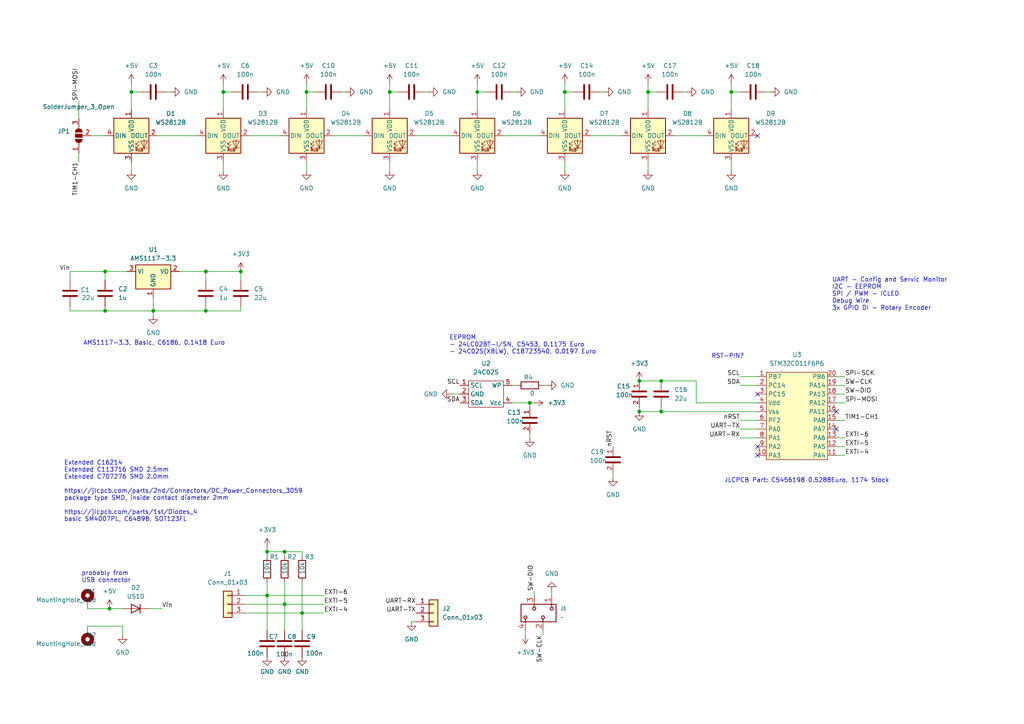
<source format=kicad_sch>
(kicad_sch (version 20250114) (generator "eeschema") (generator_version "9.0")
  (paper "A4")
  (lib_symbols
    (symbol "C_1" (pin_numbers (hide yes)) (pin_names (offset 0.254))
      (property "Reference" "C" (at 0.635 2.54 0))
      (property "Value" "C" (at 0.635 -2.54 0))
      (symbol "C_1_0_1"
        (polyline (pts (xy -2.032 0.762) (xy 2.032 0.762)) (stroke (width 0.508)))
        (polyline (pts (xy -2.032 -0.762) (xy 2.032 -0.762)) (stroke (width 0.508)))
      )
      (symbol "C_1_1_1"
        (pin passive line (at 0 3.81 270) (length 2.794) (name "~") (number "1"))
        (pin passive line (at 0 -3.81 90) (length 2.794) (name "~") (number "2"))
      )
    )
    (symbol "C_2" (pin_numbers (hide yes)) (pin_names (offset 0.254))
      (property "Reference" "C" (at 0.635 2.54 0))
      (property "Value" "C" (at 0.635 -2.54 0))
      (symbol "C_2_0_1"
        (polyline (pts (xy -2.032 0.762) (xy 2.032 0.762)) (stroke (width 0.508)))
        (polyline (pts (xy -2.032 -0.762) (xy 2.032 -0.762)) (stroke (width 0.508)))
      )
      (symbol "C_2_1_1"
        (pin passive line (at 0 3.81 270) (length 2.794) (name "~") (number "1"))
        (pin passive line (at 0 -3.81 90) (length 2.794) (name "~") (number "2"))
      )
    )
    (symbol "C_3" (pin_numbers (hide yes)) (pin_names (offset 0.254))
      (property "Reference" "C" (at 0.635 2.54 0))
      (property "Value" "C" (at 0.635 -2.54 0))
      (symbol "C_3_0_1"
        (polyline (pts (xy -2.032 0.762) (xy 2.032 0.762)) (stroke (width 0.508)))
        (polyline (pts (xy -2.032 -0.762) (xy 2.032 -0.762)) (stroke (width 0.508)))
      )
      (symbol "C_3_1_1"
        (pin passive line (at 0 3.81 270) (length 2.794) (name "~") (number "1"))
        (pin passive line (at 0 -3.81 90) (length 2.794) (name "~") (number "2"))
      )
    )
    (symbol "C_4" (pin_names (offset 0.254))
      (property "Reference" "C" (at 0.635 2.54 0))
      (property "Value" "C" (at 0.635 -2.54 0))
      (symbol "C_4_0_1"
        (polyline (pts (xy -2.032 0.762) (xy 2.032 0.762)) (stroke (width 0.508)))
        (polyline (pts (xy -2.032 -0.762) (xy 2.032 -0.762)) (stroke (width 0.508)))
      )
      (symbol "C_4_1_1"
        (pin passive line (at 0 3.81 270) (length 2.794) (name "~") (number "1"))
        (pin passive line (at 0 -3.81 90) (length 2.794) (name "~") (number "2"))
      )
    )
    (symbol "Connector_Generic:Conn_01x03" (pin_names (offset 1.016) (hide yes))
      (property "Reference" "J" (at 0 5.08 0))
      (property "Value" "Conn_01x03" (at 0 -5.08 0))
      (symbol "Conn_01x03_1_1"
        (rectangle (start -1.27 3.81) (end 1.27 -3.81) (stroke (width 0.254)) (fill (type background)))
        (rectangle (start -1.27 2.667) (end 0 2.413) (stroke (width 0.1524)))
        (rectangle (start -1.27 0.127) (end 0 -0.127) (stroke (width 0.1524)))
        (rectangle (start -1.27 -2.413) (end 0 -2.667) (stroke (width 0.1524)))
        (pin passive line (at -5.08 2.54 0) (length 3.81) (name "Pin_1") (number "1"))
        (pin passive line (at -5.08 0 0) (length 3.81) (name "Pin_2") (number "2"))
        (pin passive line (at -5.08 -2.54 0) (length 3.81) (name "Pin_3") (number "3"))
      )
    )
    (symbol "Device:C" (pin_numbers (hide yes)) (pin_names (offset 0.254))
      (property "Reference" "C" (at 0.635 2.54 0))
      (property "Value" "C" (at 0.635 -2.54 0))
      (symbol "C_0_1"
        (polyline (pts (xy -2.032 0.762) (xy 2.032 0.762)) (stroke (width 0.508)))
        (polyline (pts (xy -2.032 -0.762) (xy 2.032 -0.762)) (stroke (width 0.508)))
      )
      (symbol "C_1_1"
        (pin passive line (at 0 3.81 270) (length 2.794) (name "~") (number "1"))
        (pin passive line (at 0 -3.81 90) (length 2.794) (name "~") (number "2"))
      )
    )
    (symbol "Device:R" (pin_numbers (hide yes)) (pin_names (offset 0))
      (property "Reference" "R" (at 2.032 0 90))
      (property "Value" "R" (at 0 0 90))
      (symbol "R_0_1"
        (rectangle (start -1.016 -2.54) (end 1.016 2.54) (stroke (width 0.254)))
      )
      (symbol "R_1_1"
        (pin passive line (at 0 3.81 270) (length 1.27) (name "~") (number "1"))
        (pin passive line (at 0 -3.81 90) (length 1.27) (name "~") (number "2"))
      )
    )
    (symbol "Diode:US1D" (pin_numbers (hide yes)) (pin_names (hide yes))
      (property "Reference" "D" (at 0 2.54 0))
      (property "Value" "US1D" (at 0 -2.54 0))
      (symbol "US1D_0_1"
        (polyline (pts (xy -1.27 1.27) (xy -1.27 -1.27)) (stroke (width 0.254)))
        (polyline (pts (xy 1.27 1.27) (xy 1.27 -1.27) (xy -1.27 0) (xy 1.27 1.27)) (stroke (width 0.254)))
        (polyline (pts (xy 1.27 0) (xy -1.27 0)))
      )
      (symbol "US1D_1_1"
        (pin passive line (at -3.81 0 0) (length 2.54) (name "K") (number "1"))
        (pin passive line (at 3.81 0 180) (length 2.54) (name "A") (number "2"))
      )
    )
    (symbol "Jumper:SolderJumper_3_Open" (pin_names (offset 0) (hide yes)) (in_bom no)
      (property "Reference" "JP" (at -2.54 -2.54 0))
      (property "Value" "SolderJumper_3_Open" (at 0 2.794 0))
      (symbol "SolderJumper_3_Open_0_1"
        (polyline (pts (xy -2.54 0) (xy -2.032 0)))
        (polyline (pts (xy -1.016 1.016) (xy -1.016 -1.016)))
        (arc (start -1.016 -1.016) (mid -2.0276 0) (end -1.016 1.016))
        (arc (start -1.016 -1.016) (mid -2.0276 0) (end -1.016 1.016) (fill (type outline)))
        (rectangle (start -0.508 1.016) (end 0.508 -1.016) (fill (type outline)))
        (polyline (pts (xy 0 -1.27) (xy 0 -1.016)))
        (arc (start 1.016 1.016) (mid 2.0276 0) (end 1.016 -1.016))
        (arc (start 1.016 1.016) (mid 2.0276 0) (end 1.016 -1.016) (fill (type outline)))
        (polyline (pts (xy 1.016 1.016) (xy 1.016 -1.016)))
        (polyline (pts (xy 2.54 0) (xy 2.032 0)))
      )
      (symbol "SolderJumper_3_Open_1_1"
        (pin passive line (at -5.08 0 0) (length 2.54) (name "A") (number "1"))
        (pin passive line (at 0 -3.81 90) (length 2.54) (name "C") (number "2"))
        (pin passive line (at 5.08 0 180) (length 2.54) (name "B") (number "3"))
      )
    )
    (symbol "LED:WS2812B" (pin_names (offset 0.254))
      (property "Reference" "D" (at 5.08 5.715 0))
      (property "Value" "WS2812B" (at 1.27 -5.715 0))
      (symbol "WS2812B_0_0"
        (text "RGB" (at 2.286 -4.191 0) (effects (font (size 0.762 0.762))))
      )
      (symbol "WS2812B_0_1"
        (polyline (pts (xy 1.27 -2.54) (xy 1.778 -2.54)))
        (polyline (pts (xy 1.27 -3.556) (xy 1.778 -3.556)))
        (polyline (pts (xy 2.286 -1.524) (xy 1.27 -2.54) (xy 1.27 -2.032)))
        (polyline (pts (xy 2.286 -2.54) (xy 1.27 -3.556) (xy 1.27 -3.048)))
        (polyline (pts (xy 3.683 -1.016) (xy 3.683 -3.556) (xy 3.683 -4.064)))
        (polyline (pts (xy 4.699 -1.524) (xy 2.667 -1.524) (xy 3.683 -3.556) (xy 4.699 -1.524)))
        (polyline (pts (xy 4.699 -3.556) (xy 2.667 -3.556)))
        (rectangle (start 5.08 5.08) (end -5.08 -5.08) (stroke (width 0.254)) (fill (type background)))
      )
      (symbol "WS2812B_1_1"
        (pin input line (at -7.62 0 0) (length 2.54) (name "DIN") (number "4"))
        (pin power_in line (at 0 7.62 270) (length 2.54) (name "VDD") (number "1"))
        (pin power_in line (at 0 -7.62 90) (length 2.54) (name "VSS") (number "3"))
        (pin output line (at 7.62 0 180) (length 2.54) (name "DOUT") (number "2"))
      )
    )
    (symbol "LWMB_footprints:STM32C011F6P6"
      (property "Reference" "U" (at 3.302 2.794 0))
      (property "Value" "STM32C011F6P6" (at 9.906 4.826 0))
      (symbol "STM32C011F6P6_1_1"
        (rectangle (start 2.54 1.27) (end 20.32 -24.13) (fill (type background)))
        (pin bidirectional line (at 0 0 0) (length 2.54) (name "PB7") (number "1"))
        (pin bidirectional line (at 0 -2.54 0) (length 2.54) (name "PC14") (number "2"))
        (pin bidirectional line (at 0 -5.08 0) (length 2.54) (name "PC15") (number "3"))
        (pin power_in line (at 0 -7.62 0) (length 2.54) (name "Vdd") (number "4"))
        (pin power_in line (at 0 -10.16 0) (length 2.54) (name "Vss") (number "5"))
        (pin bidirectional line (at 0 -12.7 0) (length 2.54) (name "PF2") (number "6"))
        (pin bidirectional line (at 0 -15.24 0) (length 2.54) (name "PA0") (number "7"))
        (pin bidirectional line (at 0 -17.78 0) (length 2.54) (name "PA1") (number "8"))
        (pin bidirectional line (at 0 -20.32 0) (length 2.54) (name "PA2") (number "9"))
        (pin bidirectional line (at 0 -22.86 0) (length 2.54) (name "PA3") (number "10"))
        (pin bidirectional line (at 22.86 0 180) (length 2.54) (name "PB6") (number "20"))
        (pin bidirectional line (at 22.86 -2.54 180) (length 2.54) (name "PA14") (number "19"))
        (pin bidirectional line (at 22.86 -5.08 180) (length 2.54) (name "PA13") (number "18"))
        (pin power_in line (at 22.86 -7.62 180) (length 2.54) (name "PA12") (number "17"))
        (pin power_in line (at 22.86 -10.16 180) (length 2.54) (name "PA11") (number "16"))
        (pin bidirectional line (at 22.86 -12.7 180) (length 2.54) (name "PA8") (number "15"))
        (pin bidirectional line (at 22.86 -15.24 180) (length 2.54) (name "PA7") (number "14"))
        (pin bidirectional line (at 22.86 -17.78 180) (length 2.54) (name "PA6") (number "13"))
        (pin bidirectional line (at 22.86 -20.32 180) (length 2.54) (name "PA5") (number "12"))
        (pin bidirectional line (at 22.86 -22.86 180) (length 2.54) (name "PA4") (number "11"))
      )
    )
    (symbol "LWMB_footprints:XBLW-24C02S"
      (property "Reference" "U" (at 7.874 2.032 0))
      (property "Value" "24C02S" (at 0 0 0))
      (symbol "XBLW-24C02S_0_1"
        (rectangle (start 2.54 1.27) (end 12.7 -6.35))
      )
      (symbol "XBLW-24C02S_1_1"
        (pin bidirectional line (at 0 0 0) (length 2.54) (name "SCL") (number "1"))
        (pin power_in line (at 0 -2.54 0) (length 2.54) (name "GND") (number "2"))
        (pin bidirectional line (at 0 -5.08 0) (length 2.54) (name "SDA") (number "3"))
        (pin bidirectional line (at 15.24 0 180) (length 2.54) (name "WP") (number "5"))
        (pin power_in line (at 15.24 -5.08 180) (length 2.54) (name "Vcc") (number "4"))
      )
    )
    (symbol "Mechanical:MountingHole_Pad" (pin_numbers (hide yes)) (pin_names (offset 1.016) (hide yes)) (in_bom no)
      (property "Reference" "H" (at 0 6.35 0))
      (property "Value" "MountingHole_Pad" (at 0 4.445 0))
      (symbol "MountingHole_Pad_0_1"
        (circle (center 0 1.27) (radius 1.27) (stroke (width 1.27)))
      )
      (symbol "MountingHole_Pad_1_1"
        (pin input line (at 0 -2.54 90) (length 2.54) (name "1") (number "1"))
      )
    )
    (symbol "Regulator_Linear:AMS1117-3.3"
      (property "Reference" "U" (at -3.81 3.175 0))
      (property "Value" "AMS1117-3.3" (at 0 3.175 0))
      (symbol "AMS1117-3.3_0_1"
        (rectangle (start -5.08 -5.08) (end 5.08 1.905) (stroke (width 0.254)) (fill (type background)))
      )
      (symbol "AMS1117-3.3_1_1"
        (pin power_in line (at -7.62 0 0) (length 2.54) (name "VI") (number "3"))
        (pin power_in line (at 0 -7.62 90) (length 2.54) (name "GND") (number "1"))
        (pin power_out line (at 7.62 0 180) (length 2.54) (name "VO") (number "2"))
      )
    )
    (symbol "WE-SKEDD_WR-WST(rev19b):490107670412_DEBUGGING"
      (property "Reference" "J" (at 4.77 0.85 0))
      (symbol "490107670412_DEBUGGING_1_0"
        (polyline (pts (xy -6.35 2.54) (xy 2.54 2.54)) (stroke (width 0.254)))
        (polyline (pts (xy -6.35 -2.54) (xy -6.35 2.54)) (stroke (width 0.254)))
        (circle (center -5.08 -1.27) (radius 0.4445) (stroke (width 0.254)))
        (polyline (pts (xy -5.08 -1.705) (xy -5.08 -2.54)) (stroke (width 0.254)))
        (polyline (pts (xy -5.08 -2.54) (xy -6.35 -2.54)) (stroke (width 0.254)))
        (polyline (pts (xy -2.54 1.705) (xy -2.54 2.54)) (stroke (width 0.254)))
        (circle (center -2.54 1.27) (radius 0.4445) (stroke (width 0.254)))
        (circle (center 0 -1.27) (radius 0.4445) (stroke (width 0.254)))
        (polyline (pts (xy 0 -1.705) (xy 0 -2.54)) (stroke (width 0.254)))
        (polyline (pts (xy 2.54 2.54) (xy 3.81 2.54)) (stroke (width 0.254)))
        (polyline (pts (xy 2.54 1.705) (xy 2.54 2.54)) (stroke (width 0.254)))
        (circle (center 2.54 1.27) (radius 0.4445) (stroke (width 0.254)))
        (polyline (pts (xy 3.81 2.54) (xy 3.81 -2.54)) (stroke (width 0.254)))
        (polyline (pts (xy 3.81 -2.54) (xy -5.08 -2.54)) (stroke (width 0.254)))
        (pin passive line (at -5.08 -5.08 90) (length 2.54) (name "4") (number "4"))
        (pin passive line (at -2.54 5.08 270) (length 2.54) (name "3") (number "3"))
        (pin passive line (at 0 -5.08 90) (length 2.54) (name "2") (number "2"))
        (pin passive line (at 2.54 5.08 270) (length 2.54) (name "1") (number "1"))
      )
    )
    (symbol "power:+3V3" (power) (pin_numbers (hide yes)) (pin_names (offset 0) (hide yes))
      (property "Value" "+3V3" (at 0 3.556 0))
      (symbol "+3V3_0_1"
        (polyline (pts (xy -0.762 1.27) (xy 0 2.54)))
        (polyline (pts (xy 0 2.54) (xy 0.762 1.27)))
        (polyline (pts (xy 0 0) (xy 0 2.54)))
      )
      (symbol "+3V3_1_1"
        (pin power_in line (at 0 0 90) (length 0) (name "~") (number "1"))
      )
    )
    (symbol "power:+5V" (power) (pin_numbers (hide yes)) (pin_names (offset 0) (hide yes))
      (property "Value" "+5V" (at 0 3.556 0))
      (symbol "+5V_0_1"
        (polyline (pts (xy -0.762 1.27) (xy 0 2.54)))
        (polyline (pts (xy 0 2.54) (xy 0.762 1.27)))
        (polyline (pts (xy 0 0) (xy 0 2.54)))
      )
      (symbol "+5V_1_1"
        (pin power_in line (at 0 0 90) (length 0) (name "~") (number "1"))
      )
    )
    (symbol "power:GND" (power) (pin_numbers (hide yes)) (pin_names (offset 0) (hide yes))
      (property "Value" "GND" (at 0 -3.81 0))
      (symbol "GND_0_1"
        (polyline (pts (xy 0 0) (xy 0 -1.27) (xy 1.27 -1.27) (xy 0 -2.54) (xy -1.27 -1.27) (xy 0 -1.27)))
      )
      (symbol "GND_1_1"
        (pin power_in line (at 0 0 270) (length 0) (name "~") (number "1"))
      )
    )
  )
  (text "UART - Config and Servic Monitor\nI2C - EEPROM\nSPI / PWM - ICLED\nDebug Wire\n3x GPIO DI - Rotary Encoder" (at 241.3 80.518 0) (effects (font (size 1.27 1.27)) (justify left top)))
  (text "probably from\nUSB connector" (at 23.622 167.386 0) (effects (font (size 1.27 1.27)) (justify left)))
  (text "EEPROM \n- 24LC02BT-I/SN, C5453, 0.1175 Euro\n- 24C02S(XBLW), C18723540, 0.0197 Euro" (at 130.302 97.282 0) (effects (font (size 1.27 1.27)) (justify left top)))
  (text "RST-PIN?" (at 211.074 103.378 0) (effects (font (size 1.27 1.27))))
  (text "AMS1117-3.3, Basic, C6186, 0.1418 Euro" (at 44.704 99.568 0) (effects (font (size 1.27 1.27))))
  (text "JLCPCB Part: C5456198 0.5288Euro, 1174 Stock" (at 210.058 138.684 0) (effects (font (size 1.27 1.27)) (justify left top)))
  (text "Extended C16214\nExtended C113716 SMD 2.5mm\nExtended C707276 SMD 2.0mm\n\nhttps://jlcpcb.com/parts/2nd/Connectors/DC_Power_Connectors_3059\npackage type SMD, inside contact diameter 2mm\n\nhttps://jlcpcb.com/parts/1st/Diodes_4\nbasic SM4007PL, C64898, SOT123FL\n" (at 18.542 133.604 0) (effects (font (size 1.27 1.27)) (justify left top)))
  (junction (at 82.55 175.26))
  (junction (at 113.03 26.67))
  (junction (at 77.47 160.02))
  (junction (at 187.96 26.67))
  (junction (at 30.48 90.17))
  (junction (at 30.48 78.74))
  (junction (at 44.45 90.17))
  (junction (at 38.1 26.67))
  (junction (at 185.42 119.38))
  (junction (at 212.09 26.67))
  (junction (at 191.77 119.38))
  (junction (at 59.69 78.74))
  (junction (at 185.42 110.49))
  (junction (at 82.55 160.02))
  (junction (at 64.77 26.67))
  (junction (at 88.9 26.67))
  (junction (at 31.75 176.53))
  (junction (at 163.83 26.67))
  (junction (at 69.85 78.74))
  (junction (at 153.67 116.84))
  (junction (at 77.47 172.72))
  (junction (at 59.69 90.17))
  (junction (at 87.63 177.8))
  (junction (at 191.77 110.49))
  (junction (at 138.43 26.67))
  (no_connect (at 219.71 39.37))
  (no_connect (at 242.57 119.38))
  (no_connect (at 219.71 132.08))
  (no_connect (at 219.71 129.54))
  (no_connect (at 242.57 124.46))
  (no_connect (at 219.71 114.3))
  (wire (pts (xy 82.55 175.26) (xy 93.98 175.26)))
  (wire (pts (xy 69.85 78.74) (xy 59.69 78.74)))
  (wire (pts (xy 64.77 24.13) (xy 64.77 26.67)))
  (wire (pts (xy 171.45 39.37) (xy 180.34 39.37)))
  (wire (pts (xy 245.11 127) (xy 242.57 127)))
  (wire (pts (xy 87.63 168.91) (xy 87.63 177.8)))
  (wire (pts (xy 30.48 90.17) (xy 44.45 90.17)))
  (wire (pts (xy 69.85 88.9) (xy 69.85 90.17)))
  (wire (pts (xy 38.1 26.67) (xy 40.64 26.67)))
  (wire (pts (xy 77.47 160.02) (xy 77.47 161.29)))
  (wire (pts (xy 20.32 90.17) (xy 30.48 90.17)))
  (wire (pts (xy 212.09 24.13) (xy 212.09 26.67)))
  (wire (pts (xy 44.45 90.17) (xy 44.45 91.44)))
  (wire (pts (xy 87.63 160.02) (xy 82.55 160.02)))
  (wire (pts (xy 163.83 46.99) (xy 163.83 49.53)))
  (wire (pts (xy 214.63 109.22) (xy 219.71 109.22)))
  (wire (pts (xy 245.11 129.54) (xy 242.57 129.54)))
  (wire (pts (xy 82.55 160.02) (xy 77.47 160.02)))
  (wire (pts (xy 153.67 118.11) (xy 153.67 116.84)))
  (wire (pts (xy 82.55 161.29) (xy 82.55 160.02)))
  (wire (pts (xy 198.12 26.67) (xy 199.39 26.67)))
  (wire (pts (xy 77.47 172.72) (xy 77.47 182.88)))
  (wire (pts (xy 22.86 29.21) (xy 22.86 34.29)))
  (wire (pts (xy 123.19 26.67) (xy 124.46 26.67)))
  (wire (pts (xy 214.63 121.92) (xy 219.71 121.92)))
  (wire (pts (xy 157.48 184.15) (xy 157.48 182.88)))
  (wire (pts (xy 245.11 132.08) (xy 242.57 132.08)))
  (wire (pts (xy 163.83 24.13) (xy 163.83 26.67)))
  (wire (pts (xy 149.86 111.76) (xy 148.59 111.76)))
  (wire (pts (xy 214.63 124.46) (xy 219.71 124.46)))
  (wire (pts (xy 38.1 26.67) (xy 38.1 31.75)))
  (wire (pts (xy 82.55 175.26) (xy 82.55 182.88)))
  (wire (pts (xy 48.26 26.67) (xy 49.53 26.67)))
  (wire (pts (xy 82.55 168.91) (xy 82.55 175.26)))
  (wire (pts (xy 77.47 158.75) (xy 77.47 160.02)))
  (wire (pts (xy 26.67 39.37) (xy 30.48 39.37)))
  (wire (pts (xy 88.9 26.67) (xy 91.44 26.67)))
  (wire (pts (xy 219.71 116.84) (xy 201.93 116.84)))
  (wire (pts (xy 30.48 78.74) (xy 30.48 81.28)))
  (wire (pts (xy 99.06 26.67) (xy 100.33 26.67)))
  (wire (pts (xy 195.58 39.37) (xy 204.47 39.37)))
  (wire (pts (xy 45.72 39.37) (xy 57.15 39.37)))
  (wire (pts (xy 36.83 78.74) (xy 30.48 78.74)))
  (wire (pts (xy 130.81 114.3) (xy 133.35 114.3)))
  (wire (pts (xy 153.67 125.73) (xy 153.67 127)))
  (wire (pts (xy 113.03 24.13) (xy 113.03 26.67)))
  (wire (pts (xy 146.05 39.37) (xy 156.21 39.37)))
  (wire (pts (xy 87.63 161.29) (xy 87.63 160.02)))
  (wire (pts (xy 22.86 46.99) (xy 22.86 44.45)))
  (wire (pts (xy 64.77 26.67) (xy 64.77 31.75)))
  (wire (pts (xy 177.8 137.16) (xy 177.8 138.43)))
  (wire (pts (xy 88.9 24.13) (xy 88.9 26.67)))
  (wire (pts (xy 185.42 110.49) (xy 191.77 110.49)))
  (wire (pts (xy 44.45 90.17) (xy 59.69 90.17)))
  (wire (pts (xy 138.43 26.67) (xy 140.97 26.67)))
  (wire (pts (xy 87.63 177.8) (xy 93.98 177.8)))
  (wire (pts (xy 153.67 116.84) (xy 154.94 116.84)))
  (wire (pts (xy 245.11 111.76) (xy 242.57 111.76)))
  (wire (pts (xy 113.03 26.67) (xy 115.57 26.67)))
  (wire (pts (xy 185.42 119.38) (xy 191.77 119.38)))
  (wire (pts (xy 173.99 26.67) (xy 175.26 26.67)))
  (wire (pts (xy 214.63 127) (xy 219.71 127)))
  (wire (pts (xy 138.43 26.67) (xy 138.43 31.75)))
  (wire (pts (xy 77.47 168.91) (xy 77.47 172.72)))
  (wire (pts (xy 20.32 78.74) (xy 30.48 78.74)))
  (wire (pts (xy 201.93 116.84) (xy 201.93 110.49)))
  (wire (pts (xy 152.4 182.88) (xy 152.4 184.15)))
  (wire (pts (xy 25.4 176.53) (xy 31.75 176.53)))
  (wire (pts (xy 148.59 26.67) (xy 149.86 26.67)))
  (wire (pts (xy 245.11 116.84) (xy 242.57 116.84)))
  (wire (pts (xy 35.56 181.61) (xy 35.56 184.15)))
  (wire (pts (xy 191.77 110.49) (xy 201.93 110.49)))
  (wire (pts (xy 30.48 88.9) (xy 30.48 90.17)))
  (wire (pts (xy 72.39 39.37) (xy 81.28 39.37)))
  (wire (pts (xy 191.77 119.38) (xy 219.71 119.38)))
  (wire (pts (xy 245.11 109.22) (xy 242.57 109.22)))
  (wire (pts (xy 59.69 78.74) (xy 59.69 81.28)))
  (wire (pts (xy 69.85 81.28) (xy 69.85 78.74)))
  (wire (pts (xy 212.09 26.67) (xy 214.63 26.67)))
  (wire (pts (xy 153.67 116.84) (xy 148.59 116.84)))
  (wire (pts (xy 35.56 181.61) (xy 25.4 181.61)))
  (wire (pts (xy 38.1 24.13) (xy 38.1 26.67)))
  (wire (pts (xy 77.47 172.72) (xy 93.98 172.72)))
  (wire (pts (xy 87.63 177.8) (xy 87.63 182.88)))
  (wire (pts (xy 31.75 176.53) (xy 35.56 176.53)))
  (wire (pts (xy 74.93 26.67) (xy 76.2 26.67)))
  (wire (pts (xy 52.07 78.74) (xy 59.69 78.74)))
  (wire (pts (xy 245.11 121.92) (xy 242.57 121.92)))
  (wire (pts (xy 163.83 26.67) (xy 166.37 26.67)))
  (wire (pts (xy 20.32 88.9) (xy 20.32 90.17)))
  (wire (pts (xy 59.69 88.9) (xy 59.69 90.17)))
  (wire (pts (xy 187.96 26.67) (xy 187.96 31.75)))
  (wire (pts (xy 191.77 118.11) (xy 191.77 119.38)))
  (wire (pts (xy 185.42 118.11) (xy 185.42 119.38)))
  (wire (pts (xy 245.11 114.3) (xy 242.57 114.3)))
  (wire (pts (xy 71.12 177.8) (xy 87.63 177.8)))
  (wire (pts (xy 187.96 46.99) (xy 187.96 49.53)))
  (wire (pts (xy 212.09 26.67) (xy 212.09 31.75)))
  (wire (pts (xy 88.9 46.99) (xy 88.9 49.53)))
  (wire (pts (xy 71.12 172.72) (xy 77.47 172.72)))
  (wire (pts (xy 64.77 46.99) (xy 64.77 49.53)))
  (wire (pts (xy 64.77 26.67) (xy 67.31 26.67)))
  (wire (pts (xy 96.52 39.37) (xy 105.41 39.37)))
  (wire (pts (xy 38.1 46.99) (xy 38.1 49.53)))
  (wire (pts (xy 187.96 24.13) (xy 187.96 26.67)))
  (wire (pts (xy 154.94 171.45) (xy 154.94 172.72)))
  (wire (pts (xy 71.12 175.26) (xy 82.55 175.26)))
  (wire (pts (xy 119.38 180.34) (xy 120.65 180.34)))
  (wire (pts (xy 222.25 26.67) (xy 223.52 26.67)))
  (wire (pts (xy 214.63 111.76) (xy 219.71 111.76)))
  (wire (pts (xy 88.9 26.67) (xy 88.9 31.75)))
  (wire (pts (xy 187.96 26.67) (xy 190.5 26.67)))
  (wire (pts (xy 120.65 39.37) (xy 130.81 39.37)))
  (wire (pts (xy 69.85 90.17) (xy 59.69 90.17)))
  (wire (pts (xy 113.03 46.99) (xy 113.03 49.53)))
  (wire (pts (xy 158.75 111.76) (xy 157.48 111.76)))
  (wire (pts (xy 138.43 24.13) (xy 138.43 26.67)))
  (wire (pts (xy 20.32 81.28) (xy 20.32 78.74)))
  (wire (pts (xy 160.02 171.45) (xy 160.02 172.72)))
  (wire (pts (xy 43.18 176.53) (xy 46.99 176.53)))
  (wire (pts (xy 138.43 46.99) (xy 138.43 49.53)))
  (wire (pts (xy 44.45 86.36) (xy 44.45 90.17)))
  (wire (pts (xy 212.09 46.99) (xy 212.09 49.53)))
  (wire (pts (xy 163.83 26.67) (xy 163.83 31.75)))
  (wire (pts (xy 113.03 26.67) (xy 113.03 31.75)))
  (label "SPI-MOSI" (at 22.86 29.21 90))
  (label "SCL" (at 214.63 109.22 180))
  (label "nRST" (at 177.8 129.54 90))
  (label "EXTI-6" (at 245.11 127 0))
  (label "Vin" (at 20.32 78.74 180))
  (label "EXTI-5" (at 245.11 129.54 0))
  (label "SPI-SCK" (at 245.11 109.22 0))
  (label "SPI-MOSI" (at 245.11 116.84 0))
  (label "SDA" (at 133.35 116.84 180))
  (label "UART-RX" (at 214.63 127 180))
  (label "SW-DIO" (at 154.94 171.45 90))
  (label "SW-CLK" (at 157.48 184.15 270))
  (label "SW-DIO" (at 245.11 114.3 0))
  (label "Vin" (at 46.99 176.53 0))
  (label "UART-TX" (at 214.63 124.46 180))
  (label "EXTI-4" (at 93.98 177.8 0))
  (label "SCL" (at 133.35 111.76 180))
  (label "SW-CLK" (at 245.11 111.76 0))
  (label "UART-RX" (at 120.65 175.26 180))
  (label "nRST" (at 214.63 121.92 180))
  (label "EXTI-4" (at 245.11 132.08 0))
  (label "EXTI-5" (at 93.98 175.26 0))
  (label "TIM1-CH1" (at 22.86 46.99 270))
  (label "UART-TX" (at 120.65 177.8 180))
  (label "EXTI-6" (at 93.98 172.72 0))
  (label "SDA" (at 214.63 111.76 180))
  (label "TIM1-CH1" (at 245.11 121.92 0))
  (symbol (lib_id "LED:WS2812B") (at 187.96 39.37 0) (unit 1)
    (property "Reference" "D8" (at 199.39 32.9498 0))
    (property "Value" "WS2812B" (at 199.39 35.4898 0))
    (property "Footprint" "LED_SMD:LED_WS2812B_PLCC4_5.0x5.0mm_P3.2mm" (effects (hide yes)))
    (property "Datasheet" "https://cdn-shop.adafruit.com/datasheets/WS2812B.pdf" (effects (hide yes)))
    (property "Description" "RGB LED with integrated controller" (effects (hide yes)))
  )
  (symbol (lib_id "power:+3V3") (at 152.4 184.15 180) (unit 1)
    (property "Reference" "#PWR027" (effects (hide yes)))
    (property "Value" "+3V3" (at 152.4 189.23 0))
    (property "Description" "Power symbol creates a global label with name \"+3V3\"" (effects (hide yes)))
  )
  (symbol (lib_id "Mechanical:MountingHole_Pad") (at 25.4 184.15 180) (unit 1) (in_bom no)
    (property "Reference" "H2" (at 27.94 184.1499 0) (effects (justify left)))
    (property "Value" "MountingHole_Pad" (at 27.94 186.6899 0) (effects (justify left)))
    (property "Footprint" "MountingHole:MountingHole_4.3mm_M4_Pad" (effects (hide yes)))
    (property "Description" "Mounting Hole with connection" (effects (hide yes)))
  )
  (symbol (lib_id "power:GND") (at 100.33 26.67 90) (unit 1)
    (property "Reference" "#PWR018" (effects (hide yes)))
    (property "Value" "GND" (at 104.14 26.6699 90) (effects (justify right)))
    (property "Description" "Power symbol creates a global label with name \"GND\" , ground" (effects (hide yes)))
  )
  (symbol (lib_id "Device:R") (at 77.47 165.1 180) (unit 1)
    (property "Reference" "R1" (at 78.232 161.544 0) (effects (justify right)))
    (property "Value" "10k" (at 77.47 166.624 90) (effects (justify right)))
    (property "Footprint" "Resistor_SMD:R_0805_2012Metric" (effects (hide yes)))
    (property "Description" "Resistor" (effects (hide yes)))
  )
  (symbol (lib_id "power:GND") (at 82.55 190.5 0) (unit 1)
    (property "Reference" "#PWR014" (effects (hide yes)))
    (property "Value" "GND" (at 82.55 194.818 0))
    (property "Description" "Power symbol creates a global label with name \"GND\" , ground" (effects (hide yes)))
  )
  (symbol (lib_id "power:+5V") (at 113.03 24.13 0) (unit 1)
    (property "Reference" "#PWR019" (effects (hide yes)))
    (property "Value" "+5V" (at 113.03 19.05 0))
    (property "Description" "Power symbol creates a global label with name \"+5V\"" (effects (hide yes)))
  )
  (symbol (lib_id "Device:C") (at 218.44 26.67 90) (unit 1)
    (property "Reference" "C18" (at 218.44 19.05 90))
    (property "Value" "100n" (at 218.44 21.59 90))
    (property "Footprint" "Capacitor_SMD:C_0805_2012Metric" (effects (hide yes)))
    (property "Description" "Unpolarized capacitor" (effects (hide yes)))
    (property "LCSC PN" "C49678" (effects (hide yes)))
  )
  (symbol (lib_id "power:+5V") (at 187.96 24.13 0) (unit 1)
    (property "Reference" "#PWR037" (effects (hide yes)))
    (property "Value" "+5V" (at 187.96 19.05 0))
    (property "Description" "Power symbol creates a global label with name \"+5V\"" (effects (hide yes)))
  )
  (symbol (lib_id "Connector_Generic:Conn_01x03") (at 125.73 177.8 0) (unit 1)
    (property "Reference" "J2" (at 128.27 176.5299 0) (effects (justify left)))
    (property "Value" "Conn_01x03" (at 128.27 179.0699 0) (effects (justify left)))
    (property "Footprint" "Connector_PinHeader_2.54mm:PinHeader_1x03_P2.54mm_Vertical" (effects (hide yes)))
    (property "Description" "Generic connector, single row, 01x03, script generated (kicad-library-utils/schlib/autogen/connector/)" (effects (hide yes)))
  )
  (symbol (lib_id "power:+5V") (at 64.77 24.13 0) (unit 1)
    (property "Reference" "#PWR08" (effects (hide yes)))
    (property "Value" "+5V" (at 64.77 19.05 0))
    (property "Description" "Power symbol creates a global label with name \"+5V\"" (effects (hide yes)))
  )
  (symbol (lib_id "power:GND") (at 149.86 26.67 90) (unit 1)
    (property "Reference" "#PWR026" (effects (hide yes)))
    (property "Value" "GND" (at 153.67 26.6699 90) (effects (justify right)))
    (property "Description" "Power symbol creates a global label with name \"GND\" , ground" (effects (hide yes)))
  )
  (symbol (lib_id "power:GND") (at 163.83 49.53 0) (unit 1)
    (property "Reference" "#PWR033" (effects (hide yes)))
    (property "Value" "GND" (at 163.83 54.61 0))
    (property "Description" "Power symbol creates a global label with name \"GND\" , ground" (effects (hide yes)))
  )
  (symbol (lib_id "power:+5V") (at 38.1 24.13 0) (unit 1)
    (property "Reference" "#PWR01" (effects (hide yes)))
    (property "Value" "+5V" (at 38.1 19.05 0))
    (property "Description" "Power symbol creates a global label with name \"+5V\"" (effects (hide yes)))
  )
  (symbol (lib_id "power:GND") (at 88.9 49.53 0) (unit 1)
    (property "Reference" "#PWR017" (effects (hide yes)))
    (property "Value" "GND" (at 88.9 54.61 0))
    (property "Description" "Power symbol creates a global label with name \"GND\" , ground" (effects (hide yes)))
  )
  (symbol (lib_id "Device:R") (at 87.63 165.1 180) (unit 1)
    (property "Reference" "R3" (at 88.392 161.544 0) (effects (justify right)))
    (property "Value" "10k" (at 87.63 166.624 90) (effects (justify right)))
    (property "Footprint" "Resistor_SMD:R_0805_2012Metric" (effects (hide yes)))
    (property "Description" "Resistor" (effects (hide yes)))
  )
  (symbol (lib_id "power:GND") (at 175.26 26.67 90) (unit 1)
    (property "Reference" "#PWR034" (effects (hide yes)))
    (property "Value" "GND" (at 179.07 26.6699 90) (effects (justify right)))
    (property "Description" "Power symbol creates a global label with name \"GND\" , ground" (effects (hide yes)))
  )
  (symbol (lib_name "C_1") (lib_id "Device:C") (at 59.69 85.09 0) (unit 1)
    (property "Reference" "C4" (at 63.5 83.8199 0) (effects (justify left)))
    (property "Value" "1u" (at 63.5 86.3599 0) (effects (justify left)))
    (property "Footprint" "Capacitor_SMD:C_0805_2012Metric" (effects (hide yes)))
    (property "Description" "Unpolarized capacitor" (effects (hide yes)))
    (property "LCSC PN" "C28323" (effects (hide yes)))
  )
  (symbol (lib_name "C_4") (lib_id "Device:C") (at 177.8 133.35 0) (mirror y) (unit 1)
    (property "Reference" "C19" (at 173.228 131.064 0))
    (property "Value" "100n" (at 173.482 133.604 0))
    (property "Footprint" "Capacitor_SMD:C_0805_2012Metric" (effects (hide yes)))
    (property "Description" "Unpolarized capacitor" (effects (hide yes)))
    (property "Manufacture ID" "WE 885012207045" (effects (hide yes)))
    (property "Manufacture" "Wuerth Elektronik" (effects (hide yes)))
    (property "LCSC PN" "C49678" (effects (hide yes)))
  )
  (symbol (lib_id "LED:WS2812B") (at 38.1 39.37 0) (unit 1)
    (property "Reference" "D1" (at 49.53 32.9498 0))
    (property "Value" "WS2812B" (at 49.53 35.4898 0))
    (property "Footprint" "LED_SMD:LED_WS2812B_PLCC4_5.0x5.0mm_P3.2mm" (effects (hide yes)))
    (property "Datasheet" "https://cdn-shop.adafruit.com/datasheets/WS2812B.pdf" (effects (hide yes)))
    (property "Description" "RGB LED with integrated controller" (effects (hide yes)))
  )
  (symbol (lib_id "Jumper:SolderJumper_3_Open") (at 22.86 39.37 90) (unit 1) (in_bom no)
    (property "Reference" "JP1" (at 20.32 38.0999 90) (effects (justify left)))
    (property "Value" "SolderJumper_3_Open" (at 33.274 30.988 90) (effects (justify left)))
    (property "Footprint" "Jumper:SolderJumper-3_P1.3mm_Open_RoundedPad1.0x1.5mm" (effects (hide yes)))
    (property "Description" "Solder Jumper, 3-pole, open" (effects (hide yes)))
  )
  (symbol (lib_id "power:GND") (at 64.77 49.53 0) (unit 1)
    (property "Reference" "#PWR09" (effects (hide yes)))
    (property "Value" "GND" (at 64.77 54.61 0))
    (property "Description" "Power symbol creates a global label with name \"GND\" , ground" (effects (hide yes)))
  )
  (symbol (lib_id "Device:C") (at 71.12 26.67 90) (unit 1)
    (property "Reference" "C6" (at 71.12 19.05 90))
    (property "Value" "100n" (at 71.12 21.59 90))
    (property "Footprint" "Capacitor_SMD:C_0805_2012Metric" (effects (hide yes)))
    (property "Description" "Unpolarized capacitor" (effects (hide yes)))
    (property "LCSC PN" "C49678" (effects (hide yes)))
  )
  (symbol (lib_name "C_2") (lib_id "Device:C") (at 191.77 114.3 0) (unit 1)
    (property "Reference" "C16" (at 195.58 113.03 0) (effects (justify left)))
    (property "Value" "22u" (at 195.58 115.5699 0) (effects (justify left)))
    (property "Footprint" "Capacitor_SMD:C_0805_2012Metric" (effects (hide yes)))
    (property "Description" "Unpolarized capacitor" (effects (hide yes)))
    (property "LCSC PN" "C45783" (effects (hide yes)))
  )
  (symbol (lib_id "Device:C") (at 20.32 85.09 0) (unit 1)
    (property "Reference" "C1" (at 23.368 84.074 0) (effects (justify left)))
    (property "Value" "22u" (at 23.622 86.36 0) (effects (justify left)))
    (property "Footprint" "Capacitor_SMD:C_0805_2012Metric" (effects (hide yes)))
    (property "Description" "Unpolarized capacitor" (effects (hide yes)))
    (property "LCSC PN" "C45783" (effects (hide yes)))
  )
  (symbol (lib_id "Device:C") (at 77.47 186.69 0) (unit 1)
    (property "Reference" "C7" (at 77.978 184.658 0) (effects (justify left)))
    (property "Value" "100n" (at 71.628 189.484 0) (effects (justify left)))
    (property "Footprint" "Capacitor_SMD:C_0805_2012Metric" (effects (hide yes)))
    (property "Description" "Unpolarized capacitor" (effects (hide yes)))
  )
  (symbol (lib_name "C_2") (lib_id "Device:C") (at 69.85 85.09 0) (unit 1)
    (property "Reference" "C5" (at 73.66 83.82 0) (effects (justify left)))
    (property "Value" "22u" (at 73.66 86.3599 0) (effects (justify left)))
    (property "Footprint" "Capacitor_SMD:C_0805_2012Metric" (effects (hide yes)))
    (property "Description" "Unpolarized capacitor" (effects (hide yes)))
    (property "LCSC PN" "C45783" (effects (hide yes)))
  )
  (symbol (lib_id "LED:WS2812B") (at 113.03 39.37 0) (unit 1)
    (property "Reference" "D5" (at 124.46 32.9498 0))
    (property "Value" "WS2812B" (at 124.46 35.4898 0))
    (property "Footprint" "LED_SMD:LED_WS2812B_PLCC4_5.0x5.0mm_P3.2mm" (effects (hide yes)))
    (property "Datasheet" "https://cdn-shop.adafruit.com/datasheets/WS2812B.pdf" (effects (hide yes)))
    (property "Description" "RGB LED with integrated controller" (effects (hide yes)))
  )
  (symbol (lib_id "Device:C") (at 194.31 26.67 90) (unit 1)
    (property "Reference" "C17" (at 194.31 19.05 90))
    (property "Value" "100n" (at 194.31 21.59 90))
    (property "Footprint" "Capacitor_SMD:C_0805_2012Metric" (effects (hide yes)))
    (property "Description" "Unpolarized capacitor" (effects (hide yes)))
    (property "LCSC PN" "C49678" (effects (hide yes)))
  )
  (symbol (lib_id "Diode:US1D") (at 39.37 176.53 180) (unit 1)
    (property "Reference" "D2" (at 39.37 170.434 0))
    (property "Value" "US1D" (at 39.37 172.974 0))
    (property "Footprint" "Diode_SMD:D_SMA" (effects (hide yes)))
    (property "Datasheet" "https://www.diodes.com/assets/Datasheets/ds16008.pdf" (effects (hide yes)))
    (property "Description" "200V, 1A, General Purpose Rectifier Diode, SMA(DO-214AC)" (effects (hide yes)))
    (property "Sim.Device" "D" (effects (hide yes)))
    (property "Sim.Pins" "1=K 2=A" (effects (hide yes)))
    (property "LCSC PN" "C95872" (effects (hide yes)))
  )
  (symbol (lib_id "power:+5V") (at 31.75 176.53 0) (unit 1)
    (property "Reference" "#PWR06" (effects (hide yes)))
    (property "Value" "+5V" (at 31.75 171.45 0))
    (property "Description" "Power symbol creates a global label with name \"+5V\"" (effects (hide yes)))
  )
  (symbol (lib_id "power:GND") (at 119.38 180.34 0) (unit 1)
    (property "Reference" "#PWR021" (effects (hide yes)))
    (property "Value" "GND" (at 119.38 185.42 0))
    (property "Description" "Power symbol creates a global label with name \"GND\" , ground" (effects (hide yes)))
  )
  (symbol (lib_id "LED:WS2812B") (at 138.43 39.37 0) (unit 1)
    (property "Reference" "D6" (at 149.86 32.9498 0))
    (property "Value" "WS2812B" (at 149.86 35.4898 0))
    (property "Footprint" "LED_SMD:LED_WS2812B_PLCC4_5.0x5.0mm_P3.2mm" (effects (hide yes)))
    (property "Datasheet" "https://cdn-shop.adafruit.com/datasheets/WS2812B.pdf" (effects (hide yes)))
    (property "Description" "RGB LED with integrated controller" (effects (hide yes)))
  )
  (symbol (lib_id "power:GND") (at 35.56 184.15 0) (unit 1)
    (property "Reference" "#PWR02" (effects (hide yes)))
    (property "Value" "GND" (at 35.56 189.23 0))
    (property "Description" "Power symbol creates a global label with name \"GND\" , ground" (effects (hide yes)))
  )
  (symbol (lib_id "Device:R") (at 82.55 165.1 180) (unit 1)
    (property "Reference" "R2" (at 83.312 161.544 0) (effects (justify right)))
    (property "Value" "10k" (at 82.55 166.624 90) (effects (justify right)))
    (property "Footprint" "Resistor_SMD:R_0805_2012Metric" (effects (hide yes)))
    (property "Description" "Resistor" (effects (hide yes)))
  )
  (symbol (lib_id "Connector_Generic:Conn_01x03") (at 66.04 175.26 0) (mirror y) (unit 1)
    (property "Reference" "J1" (at 66.04 166.37 0))
    (property "Value" "Conn_01x03" (at 66.04 168.91 0))
    (property "Footprint" "Connector_PinHeader_2.54mm:PinHeader_1x03_P2.54mm_Vertical" (effects (hide yes)))
    (property "Description" "Generic connector, single row, 01x03, script generated (kicad-library-utils/schlib/autogen/connector/)" (effects (hide yes)))
  )
  (symbol (lib_id "power:+3V3") (at 69.85 78.74 0) (unit 1)
    (property "Reference" "#PWR010" (effects (hide yes)))
    (property "Value" "+3V3" (at 69.85 73.66 0))
    (property "Description" "Power symbol creates a global label with name \"+3V3\"" (effects (hide yes)))
  )
  (symbol (lib_id "LED:WS2812B") (at 163.83 39.37 0) (unit 1)
    (property "Reference" "D7" (at 175.26 32.9498 0))
    (property "Value" "WS2812B" (at 175.26 35.4898 0))
    (property "Footprint" "LED_SMD:LED_WS2812B_PLCC4_5.0x5.0mm_P3.2mm" (effects (hide yes)))
    (property "Datasheet" "https://cdn-shop.adafruit.com/datasheets/WS2812B.pdf" (effects (hide yes)))
    (property "Description" "RGB LED with integrated controller" (effects (hide yes)))
  )
  (symbol (lib_id "power:GND") (at 153.67 127 0) (unit 1)
    (property "Reference" "#PWR028" (effects (hide yes)))
    (property "Value" "GND" (at 153.67 132.08 0))
    (property "Description" "Power symbol creates a global label with name \"GND\" , ground" (effects (hide yes)))
  )
  (symbol (lib_id "power:GND") (at 76.2 26.67 90) (unit 1)
    (property "Reference" "#PWR011" (effects (hide yes)))
    (property "Value" "GND" (at 80.01 26.6699 90) (effects (justify right)))
    (property "Description" "Power symbol creates a global label with name \"GND\" , ground" (effects (hide yes)))
  )
  (symbol (lib_id "power:GND") (at 212.09 49.53 0) (unit 1)
    (property "Reference" "#PWR041" (effects (hide yes)))
    (property "Value" "GND" (at 212.09 54.61 0))
    (property "Description" "Power symbol creates a global label with name \"GND\" , ground" (effects (hide yes)))
  )
  (symbol (lib_id "power:GND") (at 113.03 49.53 0) (unit 1)
    (property "Reference" "#PWR020" (effects (hide yes)))
    (property "Value" "GND" (at 113.03 54.61 0))
    (property "Description" "Power symbol creates a global label with name \"GND\" , ground" (effects (hide yes)))
  )
  (symbol (lib_id "power:+5V") (at 88.9 24.13 0) (unit 1)
    (property "Reference" "#PWR016" (effects (hide yes)))
    (property "Value" "+5V" (at 88.9 19.05 0))
    (property "Description" "Power symbol creates a global label with name \"+5V\"" (effects (hide yes)))
  )
  (symbol (lib_name "C_4") (lib_id "Device:C") (at 153.67 121.92 0) (mirror y) (unit 1)
    (property "Reference" "C13" (at 149.098 119.634 0))
    (property "Value" "100n" (at 149.352 122.174 0))
    (property "Footprint" "Capacitor_SMD:C_0805_2012Metric" (effects (hide yes)))
    (property "Description" "Unpolarized capacitor" (effects (hide yes)))
    (property "Manufacture ID" "WE 885012207045" (effects (hide yes)))
    (property "Manufacture" "Wuerth Elektronik" (effects (hide yes)))
    (property "LCSC PN" "C49678" (effects (hide yes)))
  )
  (symbol (lib_id "power:GND") (at 199.39 26.67 90) (unit 1)
    (property "Reference" "#PWR039" (effects (hide yes)))
    (property "Value" "GND" (at 203.2 26.6699 90) (effects (justify right)))
    (property "Description" "Power symbol creates a global label with name \"GND\" , ground" (effects (hide yes)))
  )
  (symbol (lib_id "LED:WS2812B") (at 212.09 39.37 0) (unit 1)
    (property "Reference" "D9" (at 223.52 32.9498 0))
    (property "Value" "WS2812B" (at 223.52 35.4898 0))
    (property "Footprint" "LED_SMD:LED_WS2812B_PLCC4_5.0x5.0mm_P3.2mm" (effects (hide yes)))
    (property "Datasheet" "https://cdn-shop.adafruit.com/datasheets/WS2812B.pdf" (effects (hide yes)))
    (property "Description" "RGB LED with integrated controller" (effects (hide yes)))
  )
  (symbol (lib_id "power:+3V3") (at 154.94 116.84 270) (unit 1)
    (property "Reference" "#PWR029" (effects (hide yes)))
    (property "Value" "+3V3" (at 158.75 116.8399 90) (effects (justify left)))
    (property "Description" "Power symbol creates a global label with name \"+3V3\"" (effects (hide yes)))
  )
  (symbol (lib_id "power:GND") (at 160.02 171.45 180) (unit 1)
    (property "Reference" "#PWR031" (effects (hide yes)))
    (property "Value" "GND" (at 160.02 166.37 0))
    (property "Description" "Power symbol creates a global label with name \"GND\" , ground" (effects (hide yes)))
  )
  (symbol (lib_id "power:+5V") (at 138.43 24.13 0) (unit 1)
    (property "Reference" "#PWR024" (effects (hide yes)))
    (property "Value" "+5V" (at 138.43 19.05 0))
    (property "Description" "Power symbol creates a global label with name \"+5V\"" (effects (hide yes)))
  )
  (symbol (lib_id "Device:C") (at 119.38 26.67 90) (unit 1)
    (property "Reference" "C11" (at 119.38 19.05 90))
    (property "Value" "100n" (at 119.38 21.59 90))
    (property "Footprint" "Capacitor_SMD:C_0805_2012Metric" (effects (hide yes)))
    (property "Description" "Unpolarized capacitor" (effects (hide yes)))
    (property "LCSC PN" "C49678" (effects (hide yes)))
  )
  (symbol (lib_id "power:GND") (at 49.53 26.67 90) (unit 1)
    (property "Reference" "#PWR07" (effects (hide yes)))
    (property "Value" "GND" (at 53.34 26.6699 90) (effects (justify right)))
    (property "Description" "Power symbol creates a global label with name \"GND\" , ground" (effects (hide yes)))
  )
  (symbol (lib_id "Device:C") (at 82.55 186.69 0) (unit 1)
    (property "Reference" "C8" (at 83.312 184.658 0) (effects (justify left)))
    (property "Value" "100n" (at 80.01 189.738 0) (effects (justify left)))
    (property "Footprint" "Capacitor_SMD:C_0805_2012Metric" (effects (hide yes)))
    (property "Description" "Unpolarized capacitor" (effects (hide yes)))
  )
  (symbol (lib_id "power:GND") (at 130.81 114.3 270) (unit 1)
    (property "Reference" "#PWR023" (effects (hide yes)))
    (property "Value" "GND" (at 127 114.2999 90) (effects (justify right)))
    (property "Description" "Power symbol creates a global label with name \"GND\" , ground" (effects (hide yes)))
  )
  (symbol (lib_id "power:GND") (at 38.1 49.53 0) (unit 1)
    (property "Reference" "#PWR04" (effects (hide yes)))
    (property "Value" "GND" (at 38.1 54.61 0))
    (property "Description" "Power symbol creates a global label with name \"GND\" , ground" (effects (hide yes)))
  )
  (symbol (lib_name "C_3") (lib_id "Device:C") (at 30.48 85.09 0) (unit 1)
    (property "Reference" "C2" (at 34.29 83.8199 0) (effects (justify left)))
    (property "Value" "1u" (at 34.29 86.3599 0) (effects (justify left)))
    (property "Footprint" "Capacitor_SMD:C_0805_2012Metric" (effects (hide yes)))
    (property "Description" "Unpolarized capacitor" (effects (hide yes)))
    (property "LCSC PN" "C28323" (effects (hide yes)))
  )
  (symbol (lib_id "Mechanical:MountingHole_Pad") (at 25.4 173.99 0) (unit 1) (in_bom no)
    (property "Reference" "H1" (at 27.94 171.4499 0) (effects (justify right)))
    (property "Value" "MountingHole_Pad" (at 27.94 173.9899 0) (effects (justify right)))
    (property "Footprint" "MountingHole:MountingHole_4.3mm_M4_Pad" (effects (hide yes)))
    (property "Description" "Mounting Hole with connection" (effects (hide yes)))
  )
  (symbol (lib_id "power:GND") (at 223.52 26.67 90) (unit 1)
    (property "Reference" "#PWR042" (effects (hide yes)))
    (property "Value" "GND" (at 227.33 26.6699 90) (effects (justify right)))
    (property "Description" "Power symbol creates a global label with name \"GND\" , ground" (effects (hide yes)))
  )
  (symbol (lib_id "Device:C") (at 44.45 26.67 90) (unit 1)
    (property "Reference" "C3" (at 44.45 19.05 90))
    (property "Value" "100n" (at 44.45 21.59 90))
    (property "Footprint" "Capacitor_SMD:C_0805_2012Metric" (effects (hide yes)))
    (property "Description" "Unpolarized capacitor" (effects (hide yes)))
    (property "LCSC PN" "C49678" (effects (hide yes)))
  )
  (symbol (lib_id "power:+3V3") (at 77.47 158.75 0) (unit 1)
    (property "Reference" "#PWR012" (effects (hide yes)))
    (property "Value" "+3V3" (at 77.47 153.67 0))
    (property "Description" "Power symbol creates a global label with name \"+3V3\"" (effects (hide yes)))
  )
  (symbol (lib_id "WE-SKEDD_WR-WST(rev19b):490107670412_DEBUGGING") (at 157.48 177.8 0) (unit 1)
    (property "Reference" "J3" (at 162.56 176.53 0) (effects (font (size 1.016 0.8636)) (justify left)))
    (property "Value" "~" (at 162.56 179.07 0) (effects (font (size 1.016 0.8636)) (justify left)))
    (property "Footprint" "WE-SKEDD_WR-WST(rev19b):490107670412_DEBUGGING" (effects (hide yes)))
    (property "Description" "WR-WST REDFIT IDC SKEDD\n\nOnly use for debugging or programming application.\nFor mechanical stressed application please use the PCB layout for permanent application\n\nPACKAGING PROPERTIES\n\nPackaging  Tube\n\nELECTRICAL PROPERTIES\n\nIR1  1 A\nRISO 1000 MΩ\nWithstanding Voltage  500 V (AC)\nContact Resistance  10 mΩ\n\nPROPERTIES\n\nInsulator Material   LCP\nInsulator Flammability Rating UL94 V-0\nInsulator Color  Black\nContact Material  CuNiSi\nContact Plating  Au (SKEDD), Sn (IDC)\nPitch  2.54 mm\nCable  AWG 28/1.27 mm ribbon cable\nOperating Temperature  -25 up to +105 °C\nCompliance  Lead free / RoHS\n\nhttps://katalog.we-online.com/media/images/v2/o104848v209%20Single_WR-WST_REDFIT.jpg\n\nDetails see: https://katalog.we-online.com/en/em/REDFIT_IDC_SKEDD https://katalog.we-online.com/en/em/REDFIT_IDC_SKEDD\n\nUpdated By Ella Wu  2019-05-21\n2019 (C) Wurth Elektronik" (effects (hide yes)))
  )
  (symbol (lib_id "power:GND") (at 138.43 49.53 0) (unit 1)
    (property "Reference" "#PWR025" (effects (hide yes)))
    (property "Value" "GND" (at 138.43 54.61 0))
    (property "Description" "Power symbol creates a global label with name \"GND\" , ground" (effects (hide yes)))
  )
  (symbol (lib_id "LED:WS2812B") (at 88.9 39.37 0) (unit 1)
    (property "Reference" "D4" (at 100.33 32.9498 0))
    (property "Value" "WS2812B" (at 100.33 35.4898 0))
    (property "Footprint" "LED_SMD:LED_WS2812B_PLCC4_5.0x5.0mm_P3.2mm" (effects (hide yes)))
    (property "Datasheet" "https://cdn-shop.adafruit.com/datasheets/WS2812B.pdf" (effects (hide yes)))
    (property "Description" "RGB LED with integrated controller" (effects (hide yes)))
  )
  (symbol (lib_id "LWMB_footprints:STM32C011F6P6") (at 219.71 109.22 0) (unit 1)
    (property "Reference" "U3" (at 231.14 102.87 0))
    (property "Value" "STM32C011F6P6" (at 231.14 105.41 0))
    (property "Footprint" "Package_SO:TSSOP-20_4.4x6.5mm_P0.65mm" (effects (hide yes)))
    (property "Datasheet" "https://www.st.com/en/microcontrollers-microprocessors/stm32c011f6.html#documentation" (effects (hide yes)))
    (property "Description" "STM32 ARM Cortex-M0 Microcontroller, 32KB flash, 6KB RAM, 48MHz, 2.0-3.6V, TSSOP20" (effects (hide yes)))
  )
  (symbol (lib_id "power:GND") (at 177.8 138.43 0) (unit 1)
    (property "Reference" "#PWR043" (effects (hide yes)))
    (property "Value" "GND" (at 177.8 143.51 0))
    (property "Description" "Power symbol creates a global label with name \"GND\" , ground" (effects (hide yes)))
  )
  (symbol (lib_id "power:GND") (at 87.63 190.5 0) (unit 1)
    (property "Reference" "#PWR015" (effects (hide yes)))
    (property "Value" "GND" (at 87.63 194.818 0))
    (property "Description" "Power symbol creates a global label with name \"GND\" , ground" (effects (hide yes)))
  )
  (symbol (lib_id "power:GND") (at 124.46 26.67 90) (unit 1)
    (property "Reference" "#PWR022" (effects (hide yes)))
    (property "Value" "GND" (at 128.27 26.6699 90) (effects (justify right)))
    (property "Description" "Power symbol creates a global label with name \"GND\" , ground" (effects (hide yes)))
  )
  (symbol (lib_id "power:GND") (at 158.75 111.76 90) (unit 1)
    (property "Reference" "#PWR030" (effects (hide yes)))
    (property "Value" "GND" (at 162.56 111.7599 90) (effects (justify right)))
    (property "Description" "Power symbol creates a global label with name \"GND\" , ground" (effects (hide yes)))
  )
  (symbol (lib_id "Regulator_Linear:AMS1117-3.3") (at 44.45 78.74 0) (unit 1)
    (property "Reference" "U1" (at 44.45 72.39 0))
    (property "Value" "AMS1117-3.3" (at 44.45 74.93 0))
    (property "Footprint" "Package_TO_SOT_SMD:SOT-223-3_TabPin2" (effects (hide yes)))
    (property "Datasheet" "http://www.advanced-monolithic.com/pdf/ds1117.pdf" (effects (hide yes)))
    (property "Description" "1A Low Dropout regulator, positive, 3.3V fixed output, SOT-223" (effects (hide yes)))
  )
  (symbol (lib_id "power:GND") (at 187.96 49.53 0) (unit 1)
    (property "Reference" "#PWR038" (effects (hide yes)))
    (property "Value" "GND" (at 187.96 54.61 0))
    (property "Description" "Power symbol creates a global label with name \"GND\" , ground" (effects (hide yes)))
  )
  (symbol (lib_id "power:GND") (at 185.42 119.38 0) (unit 1)
    (property "Reference" "#PWR036" (effects (hide yes)))
    (property "Value" "GND" (at 185.42 124.46 0))
    (property "Description" "Power symbol creates a global label with name \"GND\" , ground" (effects (hide yes)))
  )
  (symbol (lib_id "Device:C") (at 87.63 186.69 0) (unit 1)
    (property "Reference" "C9" (at 88.9 184.658 0) (effects (justify left)))
    (property "Value" "100n" (at 88.646 189.484 0) (effects (justify left)))
    (property "Footprint" "Capacitor_SMD:C_0805_2012Metric" (effects (hide yes)))
    (property "Description" "Unpolarized capacitor" (effects (hide yes)))
  )
  (symbol (lib_id "Device:R") (at 153.67 111.76 270) (unit 1)
    (property "Reference" "R4" (at 151.892 109.474 90) (effects (justify left)))
    (property "Value" "0" (at 153.67 114.046 90) (effects (justify left)))
    (property "Footprint" "Resistor_SMD:R_0805_2012Metric" (effects (hide yes)))
    (property "Description" "Resistor" (effects (hide yes)))
    (property "LCSC PN" "C17477" (effects (hide yes)))
  )
  (symbol (lib_id "LED:WS2812B") (at 64.77 39.37 0) (unit 1)
    (property "Reference" "D3" (at 76.2 32.9498 0))
    (property "Value" "WS2812B" (at 76.2 35.4898 0))
    (property "Footprint" "LED_SMD:LED_WS2812B_PLCC4_5.0x5.0mm_P3.2mm" (effects (hide yes)))
    (property "Datasheet" "https://cdn-shop.adafruit.com/datasheets/WS2812B.pdf" (effects (hide yes)))
    (property "Description" "RGB LED with integrated controller" (effects (hide yes)))
  )
  (symbol (lib_id "Device:C") (at 170.18 26.67 90) (unit 1)
    (property "Reference" "C14" (at 170.18 19.05 90))
    (property "Value" "100n" (at 170.18 21.59 90))
    (property "Footprint" "Capacitor_SMD:C_0805_2012Metric" (effects (hide yes)))
    (property "Description" "Unpolarized capacitor" (effects (hide yes)))
    (property "LCSC PN" "C49678" (effects (hide yes)))
  )
  (symbol (lib_id "LWMB_footprints:XBLW-24C02S") (at 133.35 111.76 0) (unit 1)
    (property "Reference" "U2" (at 140.97 105.41 0))
    (property "Value" "24C02S" (at 140.97 107.95 0))
    (property "Footprint" "Package_TO_SOT_SMD:SOT-23-5" (effects (hide yes)))
    (property "Datasheet" "https://jlcpcb.com/api/file/downloadByFileSystemAccessId/8590906096854904832" (effects (hide yes)))
    (property "Description" "2048 bits EEPROM with I2C Interface, 256 words of 8 bits, 1.8V-5.5V" (effects (hide yes)))
  )
  (symbol (lib_id "power:GND") (at 77.47 190.5 0) (unit 1)
    (property "Reference" "#PWR013" (effects (hide yes)))
    (property "Value" "GND" (at 77.47 194.818 0))
    (property "Description" "Power symbol creates a global label with name \"GND\" , ground" (effects (hide yes)))
  )
  (symbol (lib_id "Device:C") (at 95.25 26.67 90) (unit 1)
    (property "Reference" "C10" (at 95.25 19.05 90))
    (property "Value" "100n" (at 95.25 21.59 90))
    (property "Footprint" "Capacitor_SMD:C_0805_2012Metric" (effects (hide yes)))
    (property "Description" "Unpolarized capacitor" (effects (hide yes)))
    (property "LCSC PN" "C49678" (effects (hide yes)))
  )
  (symbol (lib_id "power:+5V") (at 163.83 24.13 0) (unit 1)
    (property "Reference" "#PWR032" (effects (hide yes)))
    (property "Value" "+5V" (at 163.83 19.05 0))
    (property "Description" "Power symbol creates a global label with name \"+5V\"" (effects (hide yes)))
  )
  (symbol (lib_id "Device:C") (at 144.78 26.67 90) (unit 1)
    (property "Reference" "C12" (at 144.78 19.05 90))
    (property "Value" "100n" (at 144.78 21.59 90))
    (property "Footprint" "Capacitor_SMD:C_0805_2012Metric" (effects (hide yes)))
    (property "Description" "Unpolarized capacitor" (effects (hide yes)))
    (property "LCSC PN" "C49678" (effects (hide yes)))
  )
  (symbol (lib_id "power:GND") (at 44.45 91.44 0) (unit 1)
    (property "Reference" "#PWR05" (effects (hide yes)))
    (property "Value" "GND" (at 44.45 96.52 0))
    (property "Description" "Power symbol creates a global label with name \"GND\" , ground" (effects (hide yes)))
  )
  (symbol (lib_name "C_4") (lib_id "Device:C") (at 185.42 114.3 0) (mirror y) (unit 1)
    (property "Reference" "C15" (at 180.848 112.014 0))
    (property "Value" "100n" (at 181.102 114.554 0))
    (property "Footprint" "Capacitor_SMD:C_0805_2012Metric" (effects (hide yes)))
    (property "Description" "Unpolarized capacitor" (effects (hide yes)))
    (property "Manufacture ID" "WE 885012207045" (effects (hide yes)))
    (property "Manufacture" "Wuerth Elektronik" (effects (hide yes)))
    (property "LCSC PN" "C49678" (effects (hide yes)))
  )
  (symbol (lib_id "power:+3V3") (at 185.42 110.49 0) (unit 1)
    (property "Reference" "#PWR035" (effects (hide yes)))
    (property "Value" "+3V3" (at 185.42 105.41 0))
    (property "Description" "Power symbol creates a global label with name \"+3V3\"" (effects (hide yes)))
  )
  (symbol (lib_id "power:+5V") (at 212.09 24.13 0) (unit 1)
    (property "Reference" "#PWR040" (effects (hide yes)))
    (property "Value" "+5V" (at 212.09 19.05 0))
    (property "Description" "Power symbol creates a global label with name \"+5V\"" (effects (hide yes)))
  )
)
</source>
